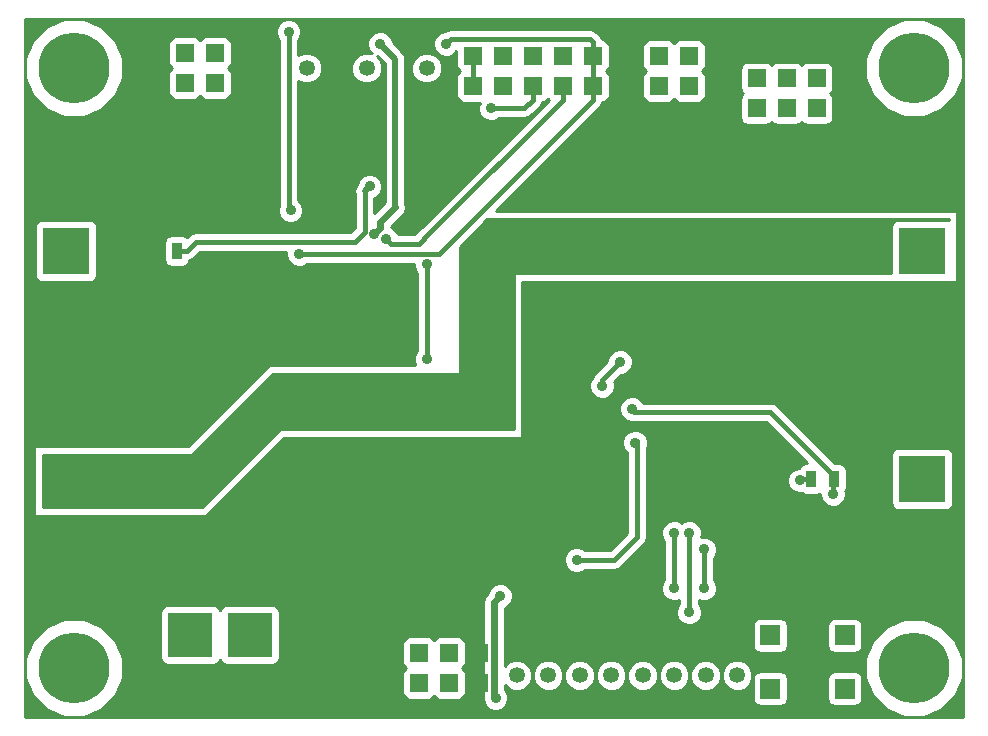
<source format=gbr>
G04 #@! TF.FileFunction,Copper,L1,Top,Signal*
%FSLAX46Y46*%
G04 Gerber Fmt 4.6, Leading zero omitted, Abs format (unit mm)*
G04 Created by KiCad (PCBNEW 0.201505051231+5642~23~ubuntu14.04.1-product) date St 6. květen 2015, 10:37:18 CEST*
%MOMM*%
G01*
G04 APERTURE LIST*
%ADD10C,0.300000*%
%ADD11R,4.000000X4.000000*%
%ADD12C,1.350000*%
%ADD13R,1.524000X1.524000*%
%ADD14R,3.810000X3.810000*%
%ADD15C,6.000000*%
%ADD16R,0.889000X1.397000*%
%ADD17R,1.676400X1.676400*%
%ADD18C,0.600000*%
%ADD19C,0.890000*%
%ADD20C,0.400000*%
%ADD21C,0.250000*%
%ADD22C,0.180000*%
%ADD23C,0.600000*%
%ADD24C,0.500000*%
%ADD25C,0.254000*%
G04 APERTURE END LIST*
D10*
D11*
X4390000Y40384000D03*
X76890000Y40384000D03*
X4390000Y21084000D03*
X76890000Y21084000D03*
D12*
X24765000Y55880000D03*
X29845000Y55880000D03*
X34925000Y55880000D03*
X42545000Y4445000D03*
X45212000Y4445000D03*
X47879000Y4445000D03*
X50546000Y4445000D03*
X53213000Y4445000D03*
X55880000Y4445000D03*
X58547000Y4445000D03*
D13*
X19558000Y57150000D03*
X19558000Y54610000D03*
X17018000Y57150000D03*
X17018000Y54610000D03*
X14478000Y57150000D03*
X14478000Y54610000D03*
X11938000Y57150000D03*
X11938000Y54610000D03*
X49022000Y54356000D03*
X49022000Y56896000D03*
X38862000Y56896000D03*
X38862000Y54356000D03*
X43942000Y54356000D03*
X43942000Y56896000D03*
X46482000Y54356000D03*
X46482000Y56896000D03*
X41402000Y54356000D03*
X41402000Y56896000D03*
X31750000Y3810000D03*
X31750000Y6350000D03*
X34290000Y3810000D03*
X34290000Y6350000D03*
X36830000Y3810000D03*
X36830000Y6350000D03*
X39370000Y3810000D03*
X39370000Y6350000D03*
D14*
X14939000Y7874000D03*
X19939000Y7874000D03*
X14939000Y2921000D03*
X19939000Y2921000D03*
D13*
X62865000Y52451000D03*
X62865000Y54991000D03*
X65405000Y52451000D03*
X65405000Y54991000D03*
X67945000Y52451000D03*
X67945000Y54991000D03*
X59690000Y56896000D03*
X59690000Y54356000D03*
X57150000Y56896000D03*
X57150000Y54356000D03*
X54610000Y56896000D03*
X54610000Y54356000D03*
X52070000Y56896000D03*
X52070000Y54356000D03*
D15*
X76200000Y5080000D03*
X5080000Y55880000D03*
X5080000Y5080000D03*
X76200000Y55880000D03*
D16*
X11874500Y40386000D03*
X13779500Y40386000D03*
X69405500Y21082000D03*
X67500500Y21082000D03*
D17*
X70333000Y7838000D03*
X70333000Y3338000D03*
X64033000Y7838000D03*
X64033000Y3338000D03*
D13*
X70485000Y52451000D03*
X70485000Y54991000D03*
D18*
X27686000Y42545000D03*
X27686000Y44831000D03*
X26416000Y44831000D03*
X26416000Y42545000D03*
X27051000Y43688000D03*
D12*
X61214000Y4445000D03*
D19*
X45593000Y36957000D03*
X44323000Y37084000D03*
X45085000Y35433000D03*
X43434000Y35433000D03*
X28829000Y2921000D03*
X27686000Y2921000D03*
X26543000Y2921000D03*
X25400000Y2921000D03*
X24257000Y2921000D03*
X22987000Y2921000D03*
X75184000Y24638000D03*
X75184000Y26162000D03*
X75311000Y27432000D03*
X28956000Y21590000D03*
X32258000Y21590000D03*
X31242000Y21590000D03*
X29972000Y21590000D03*
X70866000Y19558000D03*
X72009000Y17780000D03*
X73914000Y17780000D03*
X50927000Y21209000D03*
X50165000Y22098000D03*
X68326000Y27432000D03*
X52832000Y30861000D03*
X46609000Y30607000D03*
X48133000Y29845000D03*
X44196000Y25019000D03*
X43180000Y24003000D03*
X65913000Y14859000D03*
X69469000Y14859000D03*
X24910607Y50101500D03*
X12954000Y43942000D03*
X14224000Y43942000D03*
X15494000Y42418000D03*
X16510000Y43180000D03*
X34290000Y48895000D03*
X35433000Y48895000D03*
X34671000Y47752000D03*
X35814000Y47752000D03*
X36703000Y48895000D03*
X37846000Y48895000D03*
X46228000Y48260000D03*
X9906000Y57404000D03*
X9906000Y56261000D03*
X9906000Y55118000D03*
X9906000Y53848000D03*
X9906000Y52578000D03*
X42291000Y44323000D03*
X42926000Y44958000D03*
X43561000Y45593000D03*
X57404000Y50038000D03*
X56769000Y49403000D03*
X56134000Y48768000D03*
X55499000Y48133000D03*
X50800000Y35433000D03*
X51689000Y36322000D03*
X52578000Y37211000D03*
X69850000Y27432000D03*
X70866000Y27432000D03*
X71882000Y27432000D03*
X72898000Y27432000D03*
X74168000Y27432000D03*
X61468000Y18542000D03*
X56515000Y23495000D03*
X58420000Y21590000D03*
X59690000Y20320000D03*
X66548000Y9144000D03*
X68199000Y9144000D03*
X65532000Y9652000D03*
X64389000Y9652000D03*
X69850000Y28956000D03*
X70866000Y28956000D03*
X71882000Y28956000D03*
X72898000Y28956000D03*
X74168000Y28956000D03*
X75438000Y28956000D03*
X76454000Y28448000D03*
X76454000Y27432000D03*
X76454000Y26416000D03*
X76454000Y25400000D03*
X76454000Y24384000D03*
X26416000Y21590000D03*
X27686000Y21590000D03*
X11684000Y44450000D03*
X11684000Y45720000D03*
X10414000Y45720000D03*
X10541000Y40386000D03*
X9144000Y40386000D03*
X17526000Y42418000D03*
X18542000Y42418000D03*
X39370000Y11938000D03*
X39370000Y13716000D03*
X39370000Y15240000D03*
X70358000Y50292000D03*
X71501000Y50292000D03*
X72517000Y50292000D03*
X73787000Y50292000D03*
X15748000Y33147000D03*
X14224000Y33147000D03*
X9652000Y33147000D03*
X12446000Y26035000D03*
X12446000Y24765000D03*
X8890000Y24765000D03*
X10666806Y24765000D03*
X28194000Y16002000D03*
X24892000Y16002000D03*
X31623000Y16002000D03*
X36449000Y16002000D03*
X34030920Y16002000D03*
X42418000Y13208000D03*
X42418000Y16002000D03*
X46736000Y17780000D03*
X44704000Y18288000D03*
X12192000Y4318000D03*
X12192000Y3048000D03*
X12192000Y1524000D03*
X14478000Y42926000D03*
X40386000Y52451000D03*
X34925000Y31242000D03*
X34925000Y39243000D03*
X41148000Y11176000D03*
X40767000Y2540000D03*
X52324000Y27017010D03*
X69342000Y19812000D03*
X23421502Y43815000D03*
X23241000Y58934168D03*
X30494723Y41827200D03*
X30988000Y57912000D03*
X24130000Y40132000D03*
X36576000Y57912000D03*
X31496000Y41402000D03*
X30099000Y45847000D03*
X66548000Y20955000D03*
X57150000Y16510000D03*
X57150000Y9779000D03*
X55880000Y16510000D03*
X55880000Y11811000D03*
X58420000Y15113000D03*
X58420000Y11811000D03*
X52576971Y24168153D03*
X47625000Y14224000D03*
X49784000Y28956000D03*
X51308000Y30988000D03*
D20*
X44323000Y37084000D02*
X45466000Y37084000D01*
X45466000Y37084000D02*
X45593000Y36957000D01*
X43434000Y35433000D02*
X45085000Y35433000D01*
X27686000Y2921000D02*
X28829000Y2921000D01*
X25400000Y2921000D02*
X26543000Y2921000D01*
X22987000Y2921000D02*
X24257000Y2921000D01*
D21*
X75184000Y24638000D02*
X75184000Y24130000D01*
X75311000Y27432000D02*
X75311000Y26289000D01*
X75311000Y26289000D02*
X75184000Y26162000D01*
D22*
X32258000Y21590000D02*
X32258000Y21844000D01*
X32258000Y21844000D02*
X33020000Y21336000D01*
X29972000Y21590000D02*
X31242000Y21590000D01*
X28956000Y21590000D02*
X29083000Y21590000D01*
X12065000Y3175000D02*
X12065000Y1977388D01*
X12065000Y4445000D02*
X12065000Y3556000D01*
X1270000Y35814000D02*
X2540000Y35814000D01*
X1270000Y44450000D02*
X1270000Y35814000D01*
X1738999Y44918999D02*
X1270000Y44450000D01*
X9906000Y52578000D02*
X2119999Y44918999D01*
X2119999Y44918999D02*
X1738999Y44918999D01*
X72009000Y17780000D02*
X72009000Y19050000D01*
X72009000Y19050000D02*
X70866000Y19558000D01*
X80010000Y18034000D02*
X79756000Y17780000D01*
X79756000Y17780000D02*
X73914000Y17780000D01*
X80010000Y19463998D02*
X80010000Y18034000D01*
X79883000Y24003000D02*
X79883000Y19590998D01*
X79883000Y19590998D02*
X80010000Y19463998D01*
X79629000Y24257000D02*
X79883000Y24003000D01*
X79629000Y24257000D02*
X80010000Y23876000D01*
X76200000Y24257000D02*
X79629000Y24257000D01*
X79710001Y24556999D02*
X80010000Y24257000D01*
X76200000Y24257000D02*
X76499999Y24556999D01*
X76499999Y24556999D02*
X79710001Y24556999D01*
X50165000Y22098000D02*
X50165000Y21971000D01*
X50165000Y21971000D02*
X50927000Y21209000D01*
X46609000Y30607000D02*
X47371000Y29845000D01*
X47371000Y29845000D02*
X48133000Y29845000D01*
X44196000Y25019000D02*
X43180000Y24003000D01*
X65913000Y14859000D02*
X69469000Y14859000D01*
X12954000Y43942000D02*
X14224000Y43942000D01*
X15494000Y42418000D02*
X16510000Y43180000D01*
X34290000Y48895000D02*
X35433000Y48895000D01*
X34671000Y47752000D02*
X35814000Y47752000D01*
X36703000Y48895000D02*
X37846000Y48895000D01*
X9906000Y57404000D02*
X9906000Y56261000D01*
X9906000Y55372000D02*
X9906000Y55118000D01*
X9906000Y53848000D02*
X9906000Y52578000D01*
X42291000Y44323000D02*
X42926000Y44958000D01*
X57404000Y50038000D02*
X56769000Y49403000D01*
X56134000Y48768000D02*
X55499000Y48133000D01*
X50800000Y35433000D02*
X51689000Y36322000D01*
X52070000Y37338000D02*
X51816000Y37592000D01*
X52578000Y37211000D02*
X52070000Y37338000D01*
X68326000Y27432000D02*
X69850000Y27432000D01*
X70866000Y27432000D02*
X71882000Y27432000D01*
X72644000Y27432000D02*
X72898000Y27432000D01*
X74168000Y27432000D02*
X75311000Y27432000D01*
X56515000Y23114000D02*
X56515000Y23495000D01*
X61468000Y18542000D02*
X56515000Y23114000D01*
X58420000Y21590000D02*
X59690000Y20320000D01*
X66548000Y9144000D02*
X68199000Y9144000D01*
X65532000Y9652000D02*
X64389000Y9652000D01*
X69850000Y28956000D02*
X70866000Y28956000D01*
X71882000Y28956000D02*
X72898000Y28956000D01*
X74168000Y28956000D02*
X75438000Y28956000D01*
X76454000Y28448000D02*
X76454000Y27432000D01*
X76454000Y26416000D02*
X76454000Y25400000D01*
X76454000Y24384000D02*
X76200000Y24257000D01*
X26416000Y21590000D02*
X27686000Y21590000D01*
X11684000Y44450000D02*
X11684000Y45720000D01*
X11874500Y40386000D02*
X10541000Y40386000D01*
X16510000Y43180000D02*
X17526000Y42418000D01*
X39370000Y11938000D02*
X39370000Y13716000D01*
X70485000Y50419000D02*
X70358000Y50292000D01*
X70485000Y52451000D02*
X70485000Y50419000D01*
X71501000Y50292000D02*
X72517000Y50292000D01*
X73787000Y50292000D02*
X75057000Y50292000D01*
X15748000Y33147000D02*
X14224000Y33147000D01*
X12446000Y26035000D02*
X12446000Y24765000D01*
X8890000Y24765000D02*
X10666806Y24765000D01*
X28194000Y16002000D02*
X24892000Y16002000D01*
X31623000Y16002000D02*
X34030920Y16002000D01*
X42418000Y13208000D02*
X42418000Y16002000D01*
X45212000Y17780000D02*
X44704000Y18288000D01*
X46736000Y17780000D02*
X45212000Y17780000D01*
X12192000Y4318000D02*
X12192000Y3302000D01*
X12192000Y3048000D02*
X12192000Y1524000D01*
D20*
X43942000Y53194000D02*
X43942000Y54356000D01*
X43199000Y52451000D02*
X43942000Y53194000D01*
X40386000Y52451000D02*
X43199000Y52451000D01*
X34925000Y39243000D02*
X34925000Y31242000D01*
D23*
X40612001Y2694999D02*
X40767000Y2540000D01*
X40612001Y10640001D02*
X40612001Y2694999D01*
X41148000Y11176000D02*
X40612001Y10640001D01*
D20*
X69342000Y19812000D02*
X69342000Y21018500D01*
X69342000Y21018500D02*
X69405500Y21082000D01*
X52324000Y26924000D02*
X52523999Y26724001D01*
X52523999Y26724001D02*
X64017499Y26724001D01*
X64017499Y26724001D02*
X69405500Y21336000D01*
X69405500Y21336000D02*
X69405500Y21082000D01*
X69469000Y21018500D02*
X69405500Y21082000D01*
X23241000Y44450000D02*
X23241000Y43995502D01*
X23241000Y43995502D02*
X23421502Y43815000D01*
X23241000Y57658000D02*
X23241000Y56731721D01*
X23241000Y58934168D02*
X23241000Y57658000D01*
X23241000Y44450000D02*
X23241000Y56731721D01*
X38862000Y54356000D02*
X38862000Y56896000D01*
D23*
X30494723Y41827200D02*
X30994524Y42327001D01*
X30994524Y42327001D02*
X30994524Y42805524D01*
X30994524Y42805524D02*
X32258000Y44069000D01*
D24*
X30988000Y57912000D02*
X32258000Y56642000D01*
X32258000Y56642000D02*
X32258000Y44069000D01*
D20*
X24130000Y40132000D02*
X35960000Y40132000D01*
X35960000Y40132000D02*
X49022000Y53194000D01*
X49022000Y53194000D02*
X49022000Y54356000D01*
X49022000Y54356000D02*
X49022000Y57912000D01*
X48723501Y58356499D02*
X49022000Y58058000D01*
X37020499Y58356499D02*
X48723501Y58356499D01*
X49022000Y58058000D02*
X49022000Y56896000D01*
X36576000Y57912000D02*
X37020499Y58356499D01*
X31496000Y41402000D02*
X31940999Y40957001D01*
X31940999Y40957001D02*
X34245001Y40957001D01*
X34245001Y40957001D02*
X35168871Y41880871D01*
X46482000Y53194000D02*
X46482000Y54356000D01*
X35168871Y41880871D02*
X46482000Y53194000D01*
D24*
X29690000Y45438000D02*
X30099000Y45847000D01*
D20*
X28829000Y41148000D02*
X29690000Y42009000D01*
X29690000Y42009000D02*
X29690000Y45438000D01*
X15386000Y41148000D02*
X28829000Y41148000D01*
X13779500Y40386000D02*
X14624000Y40386000D01*
X14624000Y40386000D02*
X15386000Y41148000D01*
X67500500Y21082000D02*
X66675000Y21082000D01*
X66675000Y21082000D02*
X66548000Y20955000D01*
X67373500Y20955000D02*
X67500500Y21082000D01*
X57150000Y16510000D02*
X57150000Y9779000D01*
X55880000Y16510000D02*
X55880000Y11811000D01*
X58420000Y15113000D02*
X58420000Y11811000D01*
X47625000Y14224000D02*
X50800000Y14224000D01*
X52732510Y16156510D02*
X52732510Y24257000D01*
X50800000Y14224000D02*
X52732510Y16156510D01*
X49784000Y28956000D02*
X49784000Y29464000D01*
X49784000Y29464000D02*
X51308000Y30988000D01*
D25*
G36*
X79121000Y42976959D02*
X78890000Y43023284D01*
X74890000Y43023284D01*
X74650927Y42976898D01*
X74440804Y42838870D01*
X74300149Y42630495D01*
X74250716Y42384000D01*
X74250716Y38481000D01*
X42291000Y38481000D01*
X42291000Y25273000D01*
X22553395Y25273000D01*
X15949395Y18669000D01*
X2413000Y18669000D01*
X2413000Y22860000D01*
X2413000Y23114000D01*
X15038605Y23114000D01*
X21896605Y29972000D01*
X37719000Y29972000D01*
X37719000Y40721446D01*
X40050554Y43053000D01*
X79121000Y43053000D01*
X79121000Y42976959D01*
X79121000Y42976959D01*
G37*
X79121000Y42976959D02*
X78890000Y43023284D01*
X74890000Y43023284D01*
X74650927Y42976898D01*
X74440804Y42838870D01*
X74300149Y42630495D01*
X74250716Y42384000D01*
X74250716Y38481000D01*
X42291000Y38481000D01*
X42291000Y25273000D01*
X22553395Y25273000D01*
X15949395Y18669000D01*
X2413000Y18669000D01*
X2413000Y22860000D01*
X2413000Y23114000D01*
X15038605Y23114000D01*
X21896605Y29972000D01*
X37719000Y29972000D01*
X37719000Y40721446D01*
X40050554Y43053000D01*
X79121000Y43053000D01*
X79121000Y42976959D01*
G36*
X80349000Y931000D02*
X80327715Y931000D01*
X80327715Y5897310D01*
X80327715Y56697310D01*
X79700741Y58214704D01*
X78540810Y59376660D01*
X77024513Y60006282D01*
X75382690Y60007715D01*
X73865296Y59380741D01*
X72703340Y58220810D01*
X72073718Y56704513D01*
X72072285Y55062690D01*
X72699259Y53545296D01*
X73859190Y52383340D01*
X75375487Y51753718D01*
X77017310Y51752285D01*
X78534704Y52379259D01*
X79696660Y53539190D01*
X80326282Y55055487D01*
X80327715Y56697310D01*
X80327715Y5897310D01*
X79875000Y6992964D01*
X79875000Y37727000D01*
X79875000Y43807000D01*
X69346284Y43807000D01*
X69346284Y51689000D01*
X69346284Y53213000D01*
X69299898Y53452073D01*
X69161870Y53662196D01*
X69075030Y53720814D01*
X69156196Y53774130D01*
X69296851Y53982505D01*
X69346284Y54229000D01*
X69346284Y55753000D01*
X69299898Y55992073D01*
X69161870Y56202196D01*
X68953495Y56342851D01*
X68707000Y56392284D01*
X67183000Y56392284D01*
X66943927Y56345898D01*
X66733804Y56207870D01*
X66675186Y56121031D01*
X66621870Y56202196D01*
X66413495Y56342851D01*
X66167000Y56392284D01*
X64643000Y56392284D01*
X64403927Y56345898D01*
X64193804Y56207870D01*
X64135186Y56121031D01*
X64081870Y56202196D01*
X63873495Y56342851D01*
X63627000Y56392284D01*
X62103000Y56392284D01*
X61863927Y56345898D01*
X61653804Y56207870D01*
X61513149Y55999495D01*
X61463716Y55753000D01*
X61463716Y54229000D01*
X61510102Y53989927D01*
X61648130Y53779804D01*
X61734969Y53721187D01*
X61653804Y53667870D01*
X61513149Y53459495D01*
X61463716Y53213000D01*
X61463716Y51689000D01*
X61510102Y51449927D01*
X61648130Y51239804D01*
X61856505Y51099149D01*
X62103000Y51049716D01*
X63627000Y51049716D01*
X63866073Y51096102D01*
X64076196Y51234130D01*
X64134813Y51320970D01*
X64188130Y51239804D01*
X64396505Y51099149D01*
X64643000Y51049716D01*
X66167000Y51049716D01*
X66406073Y51096102D01*
X66616196Y51234130D01*
X66674813Y51320970D01*
X66728130Y51239804D01*
X66936505Y51099149D01*
X67183000Y51049716D01*
X68707000Y51049716D01*
X68946073Y51096102D01*
X69156196Y51234130D01*
X69296851Y51442505D01*
X69346284Y51689000D01*
X69346284Y43807000D01*
X58551284Y43807000D01*
X58551284Y53594000D01*
X58551284Y55118000D01*
X58504898Y55357073D01*
X58366870Y55567196D01*
X58280030Y55625814D01*
X58361196Y55679130D01*
X58501851Y55887505D01*
X58551284Y56134000D01*
X58551284Y57658000D01*
X58504898Y57897073D01*
X58366870Y58107196D01*
X58158495Y58247851D01*
X57912000Y58297284D01*
X56388000Y58297284D01*
X56148927Y58250898D01*
X55938804Y58112870D01*
X55880186Y58026031D01*
X55826870Y58107196D01*
X55618495Y58247851D01*
X55372000Y58297284D01*
X53848000Y58297284D01*
X53608927Y58250898D01*
X53398804Y58112870D01*
X53258149Y57904495D01*
X53208716Y57658000D01*
X53208716Y56134000D01*
X53255102Y55894927D01*
X53393130Y55684804D01*
X53479969Y55626187D01*
X53398804Y55572870D01*
X53258149Y55364495D01*
X53208716Y55118000D01*
X53208716Y53594000D01*
X53255102Y53354927D01*
X53393130Y53144804D01*
X53601505Y53004149D01*
X53848000Y52954716D01*
X55372000Y52954716D01*
X55611073Y53001102D01*
X55821196Y53139130D01*
X55879813Y53225970D01*
X55933130Y53144804D01*
X56141505Y53004149D01*
X56388000Y52954716D01*
X57912000Y52954716D01*
X58151073Y53001102D01*
X58361196Y53139130D01*
X58501851Y53347505D01*
X58551284Y53594000D01*
X58551284Y43807000D01*
X40804554Y43807000D01*
X49606777Y52609223D01*
X49606778Y52609223D01*
X49786048Y52877521D01*
X49802101Y52958229D01*
X50023073Y53001102D01*
X50233196Y53139130D01*
X50373851Y53347505D01*
X50423284Y53594000D01*
X50423284Y55118000D01*
X50376898Y55357073D01*
X50238870Y55567196D01*
X50152030Y55625814D01*
X50233196Y55679130D01*
X50373851Y55887505D01*
X50423284Y56134000D01*
X50423284Y57658000D01*
X50376898Y57897073D01*
X50238870Y58107196D01*
X50030495Y58247851D01*
X49802126Y58293649D01*
X49786048Y58374479D01*
X49606777Y58642777D01*
X49606777Y58642778D01*
X49308278Y58941276D01*
X49039980Y59120547D01*
X48723501Y59183499D01*
X37020499Y59183499D01*
X36704020Y59120547D01*
X36499763Y58984068D01*
X36499762Y58984068D01*
X36363701Y58984186D01*
X35969554Y58821328D01*
X35667732Y58520032D01*
X35504186Y58126170D01*
X35503814Y57699701D01*
X35666672Y57305554D01*
X35967968Y57003732D01*
X36361830Y56840186D01*
X36788299Y56839814D01*
X37182446Y57002672D01*
X37460716Y57280458D01*
X37460716Y56134000D01*
X37507102Y55894927D01*
X37645130Y55684804D01*
X37731969Y55626187D01*
X37650804Y55572870D01*
X37510149Y55364495D01*
X37460716Y55118000D01*
X37460716Y53594000D01*
X37507102Y53354927D01*
X37645130Y53144804D01*
X37853505Y53004149D01*
X38100000Y52954716D01*
X39434416Y52954716D01*
X39314186Y52665170D01*
X39313814Y52238701D01*
X39476672Y51844554D01*
X39777968Y51542732D01*
X40171830Y51379186D01*
X40598299Y51378814D01*
X40992446Y51541672D01*
X41074917Y51624000D01*
X43199000Y51624000D01*
X43515479Y51686952D01*
X43783777Y51866223D01*
X44526777Y52609223D01*
X44526778Y52609223D01*
X44706048Y52877521D01*
X44722101Y52958229D01*
X44943073Y53001102D01*
X45153196Y53139130D01*
X45211813Y53225970D01*
X45264384Y53145940D01*
X36227226Y44108781D01*
X36227226Y56137848D01*
X36029426Y56616560D01*
X35663487Y56983139D01*
X35185120Y57181774D01*
X34667152Y57182226D01*
X34188440Y56984426D01*
X33821861Y56618487D01*
X33623226Y56140120D01*
X33622774Y55622152D01*
X33820574Y55143440D01*
X34186513Y54776861D01*
X34664880Y54578226D01*
X35182848Y54577774D01*
X35661560Y54775574D01*
X36028139Y55141513D01*
X36226774Y55619880D01*
X36227226Y56137848D01*
X36227226Y44108781D01*
X34584096Y42465651D01*
X34584093Y42465648D01*
X33902446Y41784001D01*
X32498066Y41784001D01*
X32405328Y42008446D01*
X32104032Y42310268D01*
X31921524Y42386052D01*
X31921524Y42421548D01*
X32913488Y43413512D01*
X33114436Y43714253D01*
X33185000Y44069000D01*
X33135000Y44320365D01*
X33135000Y56642000D01*
X33068242Y56977613D01*
X33068242Y56977614D01*
X32992094Y57091576D01*
X32878133Y57262133D01*
X32878129Y57262136D01*
X32060147Y58080119D01*
X32060186Y58124299D01*
X31897328Y58518446D01*
X31596032Y58820268D01*
X31202170Y58983814D01*
X30775701Y58984186D01*
X30381554Y58821328D01*
X30079732Y58520032D01*
X29916186Y58126170D01*
X29915814Y57699701D01*
X30078672Y57305554D01*
X30270992Y57112898D01*
X30105120Y57181774D01*
X29587152Y57182226D01*
X29108440Y56984426D01*
X28741861Y56618487D01*
X28543226Y56140120D01*
X28542774Y55622152D01*
X28740574Y55143440D01*
X29106513Y54776861D01*
X29584880Y54578226D01*
X30102848Y54577774D01*
X30581560Y54775574D01*
X30948139Y55141513D01*
X31146774Y55619880D01*
X31147226Y56137848D01*
X30949426Y56616560D01*
X30692462Y56873973D01*
X30773830Y56840186D01*
X30819588Y56840147D01*
X31381000Y56278734D01*
X31381000Y44502976D01*
X30517000Y43638976D01*
X30517000Y44859808D01*
X30705446Y44937672D01*
X31007268Y45238968D01*
X31170814Y45632830D01*
X31171186Y46059299D01*
X31008328Y46453446D01*
X30707032Y46755268D01*
X30313170Y46918814D01*
X29886701Y46919186D01*
X29492554Y46756328D01*
X29190732Y46455032D01*
X29027186Y46061170D01*
X29027127Y45994169D01*
X28879758Y45773613D01*
X28813000Y45438000D01*
X28863000Y45186634D01*
X28863000Y42351554D01*
X28486446Y41975000D01*
X26067226Y41975000D01*
X26067226Y56137848D01*
X25869426Y56616560D01*
X25503487Y56983139D01*
X25025120Y57181774D01*
X24507152Y57182226D01*
X24068000Y57000772D01*
X24068000Y57658000D01*
X24068000Y58245010D01*
X24149268Y58326136D01*
X24312814Y58719998D01*
X24313186Y59146467D01*
X24150328Y59540614D01*
X23849032Y59842436D01*
X23455170Y60005982D01*
X23028701Y60006354D01*
X22634554Y59843496D01*
X22332732Y59542200D01*
X22169186Y59148338D01*
X22168814Y58721869D01*
X22331672Y58327722D01*
X22414000Y58245250D01*
X22414000Y57658000D01*
X22414000Y56731721D01*
X22414000Y44450000D01*
X22414000Y44184051D01*
X22349688Y44029170D01*
X22349316Y43602701D01*
X22512174Y43208554D01*
X22813470Y42906732D01*
X23207332Y42743186D01*
X23633801Y42742814D01*
X24027948Y42905672D01*
X24329770Y43206968D01*
X24493316Y43600830D01*
X24493688Y44027299D01*
X24330830Y44421446D01*
X24068000Y44684734D01*
X24068000Y54759634D01*
X24504880Y54578226D01*
X25022848Y54577774D01*
X25501560Y54775574D01*
X25868139Y55141513D01*
X26066774Y55619880D01*
X26067226Y56137848D01*
X26067226Y41975000D01*
X18419284Y41975000D01*
X18419284Y53848000D01*
X18419284Y55372000D01*
X18372898Y55611073D01*
X18234870Y55821196D01*
X18148030Y55879814D01*
X18229196Y55933130D01*
X18369851Y56141505D01*
X18419284Y56388000D01*
X18419284Y57912000D01*
X18372898Y58151073D01*
X18234870Y58361196D01*
X18026495Y58501851D01*
X17780000Y58551284D01*
X16256000Y58551284D01*
X16016927Y58504898D01*
X15806804Y58366870D01*
X15748186Y58280031D01*
X15694870Y58361196D01*
X15486495Y58501851D01*
X15240000Y58551284D01*
X13716000Y58551284D01*
X13476927Y58504898D01*
X13266804Y58366870D01*
X13126149Y58158495D01*
X13076716Y57912000D01*
X13076716Y56388000D01*
X13123102Y56148927D01*
X13261130Y55938804D01*
X13347969Y55880187D01*
X13266804Y55826870D01*
X13126149Y55618495D01*
X13076716Y55372000D01*
X13076716Y53848000D01*
X13123102Y53608927D01*
X13261130Y53398804D01*
X13469505Y53258149D01*
X13716000Y53208716D01*
X15240000Y53208716D01*
X15479073Y53255102D01*
X15689196Y53393130D01*
X15747813Y53479970D01*
X15801130Y53398804D01*
X16009505Y53258149D01*
X16256000Y53208716D01*
X17780000Y53208716D01*
X18019073Y53255102D01*
X18229196Y53393130D01*
X18369851Y53601505D01*
X18419284Y53848000D01*
X18419284Y41975000D01*
X15386000Y41975000D01*
X15069521Y41912048D01*
X14801223Y41732777D01*
X14633062Y41564617D01*
X14470495Y41674351D01*
X14224000Y41723784D01*
X13335000Y41723784D01*
X13095927Y41677398D01*
X12885804Y41539370D01*
X12745149Y41330995D01*
X12695716Y41084500D01*
X12695716Y39687500D01*
X12742102Y39448427D01*
X12880130Y39238304D01*
X13088505Y39097649D01*
X13335000Y39048216D01*
X14224000Y39048216D01*
X14463073Y39094602D01*
X14673196Y39232630D01*
X14813851Y39441005D01*
X14846385Y39603236D01*
X14940479Y39621952D01*
X15208777Y39801223D01*
X15728554Y40321000D01*
X23058164Y40321000D01*
X23057814Y39919701D01*
X23220672Y39525554D01*
X23521968Y39223732D01*
X23915830Y39060186D01*
X24342299Y39059814D01*
X24736446Y39222672D01*
X24818917Y39305000D01*
X33853053Y39305000D01*
X33852814Y39030701D01*
X34015672Y38636554D01*
X34098000Y38554082D01*
X34098000Y31931159D01*
X34016732Y31850032D01*
X33853186Y31456170D01*
X33852814Y31029701D01*
X33978300Y30726000D01*
X21584288Y30726000D01*
X14726288Y23868000D01*
X9207715Y23868000D01*
X9207715Y56697310D01*
X8580741Y58214704D01*
X7420810Y59376660D01*
X5904513Y60006282D01*
X4262690Y60007715D01*
X2745296Y59380741D01*
X1583340Y58220810D01*
X953718Y56704513D01*
X952285Y55062690D01*
X1579259Y53545296D01*
X2739190Y52383340D01*
X4255487Y51753718D01*
X5897310Y51752285D01*
X7414704Y52379259D01*
X8576660Y53539190D01*
X9206282Y55055487D01*
X9207715Y56697310D01*
X9207715Y23868000D01*
X7029284Y23868000D01*
X7029284Y38384000D01*
X7029284Y42384000D01*
X6982898Y42623073D01*
X6844870Y42833196D01*
X6636495Y42973851D01*
X6390000Y43023284D01*
X2390000Y43023284D01*
X2150927Y42976898D01*
X1940804Y42838870D01*
X1800149Y42630495D01*
X1750716Y42384000D01*
X1750716Y38384000D01*
X1797102Y38144927D01*
X1935130Y37934804D01*
X2143505Y37794149D01*
X2390000Y37744716D01*
X6390000Y37744716D01*
X6629073Y37791102D01*
X6839196Y37929130D01*
X6979851Y38137505D01*
X7029284Y38384000D01*
X7029284Y23868000D01*
X1659000Y23868000D01*
X1659000Y22860000D01*
X1659000Y17915000D01*
X16261712Y17915000D01*
X22865712Y24519000D01*
X43045000Y24519000D01*
X43045000Y37727000D01*
X79875000Y37727000D01*
X79875000Y6992964D01*
X79700741Y7414704D01*
X79529284Y7586460D01*
X79529284Y19084000D01*
X79529284Y23084000D01*
X79482898Y23323073D01*
X79344870Y23533196D01*
X79136495Y23673851D01*
X78890000Y23723284D01*
X74890000Y23723284D01*
X74650927Y23676898D01*
X74440804Y23538870D01*
X74300149Y23330495D01*
X74250716Y23084000D01*
X74250716Y19084000D01*
X74297102Y18844927D01*
X74435130Y18634804D01*
X74643505Y18494149D01*
X74890000Y18444716D01*
X78890000Y18444716D01*
X79129073Y18491102D01*
X79339196Y18629130D01*
X79479851Y18837505D01*
X79529284Y19084000D01*
X79529284Y7586460D01*
X78540810Y8576660D01*
X77024513Y9206282D01*
X75382690Y9207715D01*
X73865296Y8580741D01*
X72703340Y7420810D01*
X72073718Y5904513D01*
X72072285Y4262690D01*
X72699259Y2745296D01*
X73859190Y1583340D01*
X75375487Y953718D01*
X77017310Y952285D01*
X78534704Y1579259D01*
X79696660Y2739190D01*
X80326282Y4255487D01*
X80327715Y5897310D01*
X80327715Y931000D01*
X71810484Y931000D01*
X71810484Y2499800D01*
X71810484Y4176200D01*
X71810484Y6999800D01*
X71810484Y8676200D01*
X71764098Y8915273D01*
X71626070Y9125396D01*
X71417695Y9266051D01*
X71171200Y9315484D01*
X70489284Y9315484D01*
X70489284Y20383500D01*
X70489284Y21780500D01*
X70442898Y22019573D01*
X70304870Y22229696D01*
X70096495Y22370351D01*
X69850000Y22419784D01*
X69491270Y22419784D01*
X64602276Y27308778D01*
X64333978Y27488049D01*
X64017499Y27551001D01*
X53263265Y27551001D01*
X53233328Y27623456D01*
X52932032Y27925278D01*
X52538170Y28088824D01*
X52380186Y28088961D01*
X52380186Y31200299D01*
X52217328Y31594446D01*
X51916032Y31896268D01*
X51522170Y32059814D01*
X51095701Y32060186D01*
X50701554Y31897328D01*
X50399732Y31596032D01*
X50236186Y31202170D01*
X50236084Y31085640D01*
X49199223Y30048777D01*
X49019952Y29780479D01*
X49001963Y29690044D01*
X48875732Y29564032D01*
X48712186Y29170170D01*
X48711814Y28743701D01*
X48874672Y28349554D01*
X49175968Y28047732D01*
X49569830Y27884186D01*
X49996299Y27883814D01*
X50390446Y28046672D01*
X50692268Y28347968D01*
X50855814Y28741830D01*
X50856186Y29168299D01*
X50798197Y29308643D01*
X51405468Y29915915D01*
X51520299Y29915814D01*
X51914446Y30078672D01*
X52216268Y30379968D01*
X52379814Y30773830D01*
X52380186Y31200299D01*
X52380186Y28088961D01*
X52111701Y28089196D01*
X51717554Y27926338D01*
X51415732Y27625042D01*
X51252186Y27231180D01*
X51251814Y26804711D01*
X51414672Y26410564D01*
X51715968Y26108742D01*
X52109830Y25945196D01*
X52282465Y25945046D01*
X52282466Y25945046D01*
X52523999Y25897001D01*
X63674945Y25897001D01*
X67152162Y22419784D01*
X67056000Y22419784D01*
X66816927Y22373398D01*
X66606804Y22235370D01*
X66466201Y22027073D01*
X66335701Y22027186D01*
X65941554Y21864328D01*
X65639732Y21563032D01*
X65476186Y21169170D01*
X65475814Y20742701D01*
X65638672Y20348554D01*
X65939968Y20046732D01*
X66333830Y19883186D01*
X66677303Y19882887D01*
X66809505Y19793649D01*
X67056000Y19744216D01*
X67945000Y19744216D01*
X68184073Y19790602D01*
X68270029Y19847067D01*
X68269814Y19599701D01*
X68432672Y19205554D01*
X68733968Y18903732D01*
X69127830Y18740186D01*
X69554299Y18739814D01*
X69948446Y18902672D01*
X70250268Y19203968D01*
X70413814Y19597830D01*
X70414186Y20024299D01*
X70395044Y20070626D01*
X70439851Y20137005D01*
X70489284Y20383500D01*
X70489284Y9315484D01*
X69494800Y9315484D01*
X69255727Y9269098D01*
X69045604Y9131070D01*
X68904949Y8922695D01*
X68855516Y8676200D01*
X68855516Y6999800D01*
X68901902Y6760727D01*
X69039930Y6550604D01*
X69248305Y6409949D01*
X69494800Y6360516D01*
X71171200Y6360516D01*
X71410273Y6406902D01*
X71620396Y6544930D01*
X71761051Y6753305D01*
X71810484Y6999800D01*
X71810484Y4176200D01*
X71764098Y4415273D01*
X71626070Y4625396D01*
X71417695Y4766051D01*
X71171200Y4815484D01*
X69494800Y4815484D01*
X69255727Y4769098D01*
X69045604Y4631070D01*
X68904949Y4422695D01*
X68855516Y4176200D01*
X68855516Y2499800D01*
X68901902Y2260727D01*
X69039930Y2050604D01*
X69248305Y1909949D01*
X69494800Y1860516D01*
X71171200Y1860516D01*
X71410273Y1906902D01*
X71620396Y2044930D01*
X71761051Y2253305D01*
X71810484Y2499800D01*
X71810484Y931000D01*
X65510484Y931000D01*
X65510484Y2499800D01*
X65510484Y4176200D01*
X65510484Y6999800D01*
X65510484Y8676200D01*
X65464098Y8915273D01*
X65326070Y9125396D01*
X65117695Y9266051D01*
X64871200Y9315484D01*
X63194800Y9315484D01*
X62955727Y9269098D01*
X62745604Y9131070D01*
X62604949Y8922695D01*
X62555516Y8676200D01*
X62555516Y6999800D01*
X62601902Y6760727D01*
X62739930Y6550604D01*
X62948305Y6409949D01*
X63194800Y6360516D01*
X64871200Y6360516D01*
X65110273Y6406902D01*
X65320396Y6544930D01*
X65461051Y6753305D01*
X65510484Y6999800D01*
X65510484Y4176200D01*
X65464098Y4415273D01*
X65326070Y4625396D01*
X65117695Y4766051D01*
X64871200Y4815484D01*
X63194800Y4815484D01*
X62955727Y4769098D01*
X62745604Y4631070D01*
X62604949Y4422695D01*
X62555516Y4176200D01*
X62555516Y2499800D01*
X62601902Y2260727D01*
X62739930Y2050604D01*
X62948305Y1909949D01*
X63194800Y1860516D01*
X64871200Y1860516D01*
X65110273Y1906902D01*
X65320396Y2044930D01*
X65461051Y2253305D01*
X65510484Y2499800D01*
X65510484Y931000D01*
X62516226Y931000D01*
X62516226Y4702848D01*
X62318426Y5181560D01*
X61952487Y5548139D01*
X61474120Y5746774D01*
X60956152Y5747226D01*
X60477440Y5549426D01*
X60110861Y5183487D01*
X59912226Y4705120D01*
X59911774Y4187152D01*
X60109574Y3708440D01*
X60475513Y3341861D01*
X60953880Y3143226D01*
X61471848Y3142774D01*
X61950560Y3340574D01*
X62317139Y3706513D01*
X62515774Y4184880D01*
X62516226Y4702848D01*
X62516226Y931000D01*
X59849226Y931000D01*
X59849226Y4702848D01*
X59651426Y5181560D01*
X59492186Y5341078D01*
X59492186Y12023299D01*
X59329328Y12417446D01*
X59247000Y12499917D01*
X59247000Y14423842D01*
X59328268Y14504968D01*
X59491814Y14898830D01*
X59492186Y15325299D01*
X59329328Y15719446D01*
X59028032Y16021268D01*
X58634170Y16184814D01*
X58207701Y16185186D01*
X58169278Y16169311D01*
X58221814Y16295830D01*
X58222186Y16722299D01*
X58059328Y17116446D01*
X57758032Y17418268D01*
X57364170Y17581814D01*
X56937701Y17582186D01*
X56543554Y17419328D01*
X56515214Y17391038D01*
X56488032Y17418268D01*
X56094170Y17581814D01*
X55667701Y17582186D01*
X55273554Y17419328D01*
X54971732Y17118032D01*
X54808186Y16724170D01*
X54807814Y16297701D01*
X54970672Y15903554D01*
X55053000Y15821082D01*
X55053000Y12500159D01*
X54971732Y12419032D01*
X54808186Y12025170D01*
X54807814Y11598701D01*
X54970672Y11204554D01*
X55271968Y10902732D01*
X55665830Y10739186D01*
X56092299Y10738814D01*
X56323000Y10834138D01*
X56323000Y10468159D01*
X56241732Y10387032D01*
X56078186Y9993170D01*
X56077814Y9566701D01*
X56240672Y9172554D01*
X56541968Y8870732D01*
X56935830Y8707186D01*
X57362299Y8706814D01*
X57756446Y8869672D01*
X58058268Y9170968D01*
X58221814Y9564830D01*
X58222186Y9991299D01*
X58059328Y10385446D01*
X57977000Y10467917D01*
X57977000Y10834205D01*
X58205830Y10739186D01*
X58632299Y10738814D01*
X59026446Y10901672D01*
X59328268Y11202968D01*
X59491814Y11596830D01*
X59492186Y12023299D01*
X59492186Y5341078D01*
X59285487Y5548139D01*
X58807120Y5746774D01*
X58289152Y5747226D01*
X57810440Y5549426D01*
X57443861Y5183487D01*
X57245226Y4705120D01*
X57244774Y4187152D01*
X57442574Y3708440D01*
X57808513Y3341861D01*
X58286880Y3143226D01*
X58804848Y3142774D01*
X59283560Y3340574D01*
X59650139Y3706513D01*
X59848774Y4184880D01*
X59849226Y4702848D01*
X59849226Y931000D01*
X57182226Y931000D01*
X57182226Y4702848D01*
X56984426Y5181560D01*
X56618487Y5548139D01*
X56140120Y5746774D01*
X55622152Y5747226D01*
X55143440Y5549426D01*
X54776861Y5183487D01*
X54578226Y4705120D01*
X54577774Y4187152D01*
X54775574Y3708440D01*
X55141513Y3341861D01*
X55619880Y3143226D01*
X56137848Y3142774D01*
X56616560Y3340574D01*
X56983139Y3706513D01*
X57181774Y4184880D01*
X57182226Y4702848D01*
X57182226Y931000D01*
X54515226Y931000D01*
X54515226Y4702848D01*
X54317426Y5181560D01*
X53951487Y5548139D01*
X53649157Y5673677D01*
X53649157Y24380452D01*
X53486299Y24774599D01*
X53185003Y25076421D01*
X52791141Y25239967D01*
X52364672Y25240339D01*
X51970525Y25077481D01*
X51668703Y24776185D01*
X51505157Y24382323D01*
X51504785Y23955854D01*
X51667643Y23561707D01*
X51905510Y23323424D01*
X51905510Y16499064D01*
X50457446Y15051000D01*
X48314158Y15051000D01*
X48233032Y15132268D01*
X47839170Y15295814D01*
X47412701Y15296186D01*
X47018554Y15133328D01*
X46716732Y14832032D01*
X46553186Y14438170D01*
X46552814Y14011701D01*
X46715672Y13617554D01*
X47016968Y13315732D01*
X47410830Y13152186D01*
X47837299Y13151814D01*
X48231446Y13314672D01*
X48313917Y13397000D01*
X50800000Y13397000D01*
X51116479Y13459952D01*
X51384777Y13639223D01*
X53317287Y15571733D01*
X53496558Y15840031D01*
X53559510Y16156510D01*
X53559510Y23738986D01*
X53648785Y23953983D01*
X53649157Y24380452D01*
X53649157Y5673677D01*
X53473120Y5746774D01*
X52955152Y5747226D01*
X52476440Y5549426D01*
X52109861Y5183487D01*
X51911226Y4705120D01*
X51910774Y4187152D01*
X52108574Y3708440D01*
X52474513Y3341861D01*
X52952880Y3143226D01*
X53470848Y3142774D01*
X53949560Y3340574D01*
X54316139Y3706513D01*
X54514774Y4184880D01*
X54515226Y4702848D01*
X54515226Y931000D01*
X51848226Y931000D01*
X51848226Y4702848D01*
X51650426Y5181560D01*
X51284487Y5548139D01*
X50806120Y5746774D01*
X50288152Y5747226D01*
X49809440Y5549426D01*
X49442861Y5183487D01*
X49244226Y4705120D01*
X49243774Y4187152D01*
X49441574Y3708440D01*
X49807513Y3341861D01*
X50285880Y3143226D01*
X50803848Y3142774D01*
X51282560Y3340574D01*
X51649139Y3706513D01*
X51847774Y4184880D01*
X51848226Y4702848D01*
X51848226Y931000D01*
X49181226Y931000D01*
X49181226Y4702848D01*
X48983426Y5181560D01*
X48617487Y5548139D01*
X48139120Y5746774D01*
X47621152Y5747226D01*
X47142440Y5549426D01*
X46775861Y5183487D01*
X46577226Y4705120D01*
X46576774Y4187152D01*
X46774574Y3708440D01*
X47140513Y3341861D01*
X47618880Y3143226D01*
X48136848Y3142774D01*
X48615560Y3340574D01*
X48982139Y3706513D01*
X49180774Y4184880D01*
X49181226Y4702848D01*
X49181226Y931000D01*
X46514226Y931000D01*
X46514226Y4702848D01*
X46316426Y5181560D01*
X45950487Y5548139D01*
X45472120Y5746774D01*
X44954152Y5747226D01*
X44475440Y5549426D01*
X44108861Y5183487D01*
X43910226Y4705120D01*
X43909774Y4187152D01*
X44107574Y3708440D01*
X44473513Y3341861D01*
X44951880Y3143226D01*
X45469848Y3142774D01*
X45948560Y3340574D01*
X46315139Y3706513D01*
X46513774Y4184880D01*
X46514226Y4702848D01*
X46514226Y931000D01*
X43847226Y931000D01*
X43847226Y4702848D01*
X43649426Y5181560D01*
X43283487Y5548139D01*
X42805120Y5746774D01*
X42287152Y5747226D01*
X41808440Y5549426D01*
X41539001Y5280458D01*
X41539001Y10177653D01*
X41754446Y10266672D01*
X42056268Y10567968D01*
X42219814Y10961830D01*
X42220186Y11388299D01*
X42057328Y11782446D01*
X41756032Y12084268D01*
X41362170Y12247814D01*
X40935701Y12248186D01*
X40541554Y12085328D01*
X40239732Y11784032D01*
X40093932Y11432909D01*
X39956513Y11295489D01*
X39755565Y10994749D01*
X39685001Y10640001D01*
X39685001Y2694999D01*
X39695090Y2644278D01*
X39694814Y2327701D01*
X39857672Y1933554D01*
X40158968Y1631732D01*
X40552830Y1468186D01*
X40979299Y1467814D01*
X41373446Y1630672D01*
X41675268Y1931968D01*
X41838814Y2325830D01*
X41839186Y2752299D01*
X41676328Y3146446D01*
X41539001Y3284012D01*
X41539001Y3609840D01*
X41806513Y3341861D01*
X42284880Y3143226D01*
X42802848Y3142774D01*
X43281560Y3340574D01*
X43648139Y3706513D01*
X43846774Y4184880D01*
X43847226Y4702848D01*
X43847226Y931000D01*
X38231284Y931000D01*
X38231284Y3048000D01*
X38231284Y4572000D01*
X38184898Y4811073D01*
X38046870Y5021196D01*
X37960030Y5079814D01*
X38041196Y5133130D01*
X38181851Y5341505D01*
X38231284Y5588000D01*
X38231284Y7112000D01*
X38184898Y7351073D01*
X38046870Y7561196D01*
X37838495Y7701851D01*
X37592000Y7751284D01*
X36068000Y7751284D01*
X35828927Y7704898D01*
X35618804Y7566870D01*
X35560186Y7480031D01*
X35506870Y7561196D01*
X35298495Y7701851D01*
X35052000Y7751284D01*
X33528000Y7751284D01*
X33288927Y7704898D01*
X33078804Y7566870D01*
X32938149Y7358495D01*
X32888716Y7112000D01*
X32888716Y5588000D01*
X32935102Y5348927D01*
X33073130Y5138804D01*
X33159969Y5080187D01*
X33078804Y5026870D01*
X32938149Y4818495D01*
X32888716Y4572000D01*
X32888716Y3048000D01*
X32935102Y2808927D01*
X33073130Y2598804D01*
X33281505Y2458149D01*
X33528000Y2408716D01*
X35052000Y2408716D01*
X35291073Y2455102D01*
X35501196Y2593130D01*
X35559813Y2679970D01*
X35613130Y2598804D01*
X35821505Y2458149D01*
X36068000Y2408716D01*
X37592000Y2408716D01*
X37831073Y2455102D01*
X38041196Y2593130D01*
X38181851Y2801505D01*
X38231284Y3048000D01*
X38231284Y931000D01*
X22483284Y931000D01*
X22483284Y5969000D01*
X22483284Y9779000D01*
X22436898Y10018073D01*
X22298870Y10228196D01*
X22090495Y10368851D01*
X21844000Y10418284D01*
X18034000Y10418284D01*
X17794927Y10371898D01*
X17584804Y10233870D01*
X17444149Y10025495D01*
X17439731Y10003469D01*
X17436898Y10018073D01*
X17298870Y10228196D01*
X17090495Y10368851D01*
X16844000Y10418284D01*
X13034000Y10418284D01*
X12794927Y10371898D01*
X12584804Y10233870D01*
X12444149Y10025495D01*
X12394716Y9779000D01*
X12394716Y5969000D01*
X12441102Y5729927D01*
X12579130Y5519804D01*
X12787505Y5379149D01*
X13034000Y5329716D01*
X16844000Y5329716D01*
X17083073Y5376102D01*
X17293196Y5514130D01*
X17433851Y5722505D01*
X17438268Y5744532D01*
X17441102Y5729927D01*
X17579130Y5519804D01*
X17787505Y5379149D01*
X18034000Y5329716D01*
X21844000Y5329716D01*
X22083073Y5376102D01*
X22293196Y5514130D01*
X22433851Y5722505D01*
X22483284Y5969000D01*
X22483284Y931000D01*
X9207715Y931000D01*
X9207715Y5897310D01*
X8580741Y7414704D01*
X7420810Y8576660D01*
X5904513Y9206282D01*
X4262690Y9207715D01*
X2745296Y8580741D01*
X1583340Y7420810D01*
X953718Y5904513D01*
X952285Y4262690D01*
X1579259Y2745296D01*
X2739190Y1583340D01*
X4255487Y953718D01*
X5897310Y952285D01*
X7414704Y1579259D01*
X8576660Y2739190D01*
X9206282Y4255487D01*
X9207715Y5897310D01*
X9207715Y931000D01*
X931000Y931000D01*
X931000Y60029000D01*
X80349000Y60029000D01*
X80349000Y931000D01*
X80349000Y931000D01*
G37*
X80349000Y931000D02*
X80327715Y931000D01*
X80327715Y5897310D01*
X80327715Y56697310D01*
X79700741Y58214704D01*
X78540810Y59376660D01*
X77024513Y60006282D01*
X75382690Y60007715D01*
X73865296Y59380741D01*
X72703340Y58220810D01*
X72073718Y56704513D01*
X72072285Y55062690D01*
X72699259Y53545296D01*
X73859190Y52383340D01*
X75375487Y51753718D01*
X77017310Y51752285D01*
X78534704Y52379259D01*
X79696660Y53539190D01*
X80326282Y55055487D01*
X80327715Y56697310D01*
X80327715Y5897310D01*
X79875000Y6992964D01*
X79875000Y37727000D01*
X79875000Y43807000D01*
X69346284Y43807000D01*
X69346284Y51689000D01*
X69346284Y53213000D01*
X69299898Y53452073D01*
X69161870Y53662196D01*
X69075030Y53720814D01*
X69156196Y53774130D01*
X69296851Y53982505D01*
X69346284Y54229000D01*
X69346284Y55753000D01*
X69299898Y55992073D01*
X69161870Y56202196D01*
X68953495Y56342851D01*
X68707000Y56392284D01*
X67183000Y56392284D01*
X66943927Y56345898D01*
X66733804Y56207870D01*
X66675186Y56121031D01*
X66621870Y56202196D01*
X66413495Y56342851D01*
X66167000Y56392284D01*
X64643000Y56392284D01*
X64403927Y56345898D01*
X64193804Y56207870D01*
X64135186Y56121031D01*
X64081870Y56202196D01*
X63873495Y56342851D01*
X63627000Y56392284D01*
X62103000Y56392284D01*
X61863927Y56345898D01*
X61653804Y56207870D01*
X61513149Y55999495D01*
X61463716Y55753000D01*
X61463716Y54229000D01*
X61510102Y53989927D01*
X61648130Y53779804D01*
X61734969Y53721187D01*
X61653804Y53667870D01*
X61513149Y53459495D01*
X61463716Y53213000D01*
X61463716Y51689000D01*
X61510102Y51449927D01*
X61648130Y51239804D01*
X61856505Y51099149D01*
X62103000Y51049716D01*
X63627000Y51049716D01*
X63866073Y51096102D01*
X64076196Y51234130D01*
X64134813Y51320970D01*
X64188130Y51239804D01*
X64396505Y51099149D01*
X64643000Y51049716D01*
X66167000Y51049716D01*
X66406073Y51096102D01*
X66616196Y51234130D01*
X66674813Y51320970D01*
X66728130Y51239804D01*
X66936505Y51099149D01*
X67183000Y51049716D01*
X68707000Y51049716D01*
X68946073Y51096102D01*
X69156196Y51234130D01*
X69296851Y51442505D01*
X69346284Y51689000D01*
X69346284Y43807000D01*
X58551284Y43807000D01*
X58551284Y53594000D01*
X58551284Y55118000D01*
X58504898Y55357073D01*
X58366870Y55567196D01*
X58280030Y55625814D01*
X58361196Y55679130D01*
X58501851Y55887505D01*
X58551284Y56134000D01*
X58551284Y57658000D01*
X58504898Y57897073D01*
X58366870Y58107196D01*
X58158495Y58247851D01*
X57912000Y58297284D01*
X56388000Y58297284D01*
X56148927Y58250898D01*
X55938804Y58112870D01*
X55880186Y58026031D01*
X55826870Y58107196D01*
X55618495Y58247851D01*
X55372000Y58297284D01*
X53848000Y58297284D01*
X53608927Y58250898D01*
X53398804Y58112870D01*
X53258149Y57904495D01*
X53208716Y57658000D01*
X53208716Y56134000D01*
X53255102Y55894927D01*
X53393130Y55684804D01*
X53479969Y55626187D01*
X53398804Y55572870D01*
X53258149Y55364495D01*
X53208716Y55118000D01*
X53208716Y53594000D01*
X53255102Y53354927D01*
X53393130Y53144804D01*
X53601505Y53004149D01*
X53848000Y52954716D01*
X55372000Y52954716D01*
X55611073Y53001102D01*
X55821196Y53139130D01*
X55879813Y53225970D01*
X55933130Y53144804D01*
X56141505Y53004149D01*
X56388000Y52954716D01*
X57912000Y52954716D01*
X58151073Y53001102D01*
X58361196Y53139130D01*
X58501851Y53347505D01*
X58551284Y53594000D01*
X58551284Y43807000D01*
X40804554Y43807000D01*
X49606777Y52609223D01*
X49606778Y52609223D01*
X49786048Y52877521D01*
X49802101Y52958229D01*
X50023073Y53001102D01*
X50233196Y53139130D01*
X50373851Y53347505D01*
X50423284Y53594000D01*
X50423284Y55118000D01*
X50376898Y55357073D01*
X50238870Y55567196D01*
X50152030Y55625814D01*
X50233196Y55679130D01*
X50373851Y55887505D01*
X50423284Y56134000D01*
X50423284Y57658000D01*
X50376898Y57897073D01*
X50238870Y58107196D01*
X50030495Y58247851D01*
X49802126Y58293649D01*
X49786048Y58374479D01*
X49606777Y58642777D01*
X49606777Y58642778D01*
X49308278Y58941276D01*
X49039980Y59120547D01*
X48723501Y59183499D01*
X37020499Y59183499D01*
X36704020Y59120547D01*
X36499763Y58984068D01*
X36499762Y58984068D01*
X36363701Y58984186D01*
X35969554Y58821328D01*
X35667732Y58520032D01*
X35504186Y58126170D01*
X35503814Y57699701D01*
X35666672Y57305554D01*
X35967968Y57003732D01*
X36361830Y56840186D01*
X36788299Y56839814D01*
X37182446Y57002672D01*
X37460716Y57280458D01*
X37460716Y56134000D01*
X37507102Y55894927D01*
X37645130Y55684804D01*
X37731969Y55626187D01*
X37650804Y55572870D01*
X37510149Y55364495D01*
X37460716Y55118000D01*
X37460716Y53594000D01*
X37507102Y53354927D01*
X37645130Y53144804D01*
X37853505Y53004149D01*
X38100000Y52954716D01*
X39434416Y52954716D01*
X39314186Y52665170D01*
X39313814Y52238701D01*
X39476672Y51844554D01*
X39777968Y51542732D01*
X40171830Y51379186D01*
X40598299Y51378814D01*
X40992446Y51541672D01*
X41074917Y51624000D01*
X43199000Y51624000D01*
X43515479Y51686952D01*
X43783777Y51866223D01*
X44526777Y52609223D01*
X44526778Y52609223D01*
X44706048Y52877521D01*
X44722101Y52958229D01*
X44943073Y53001102D01*
X45153196Y53139130D01*
X45211813Y53225970D01*
X45264384Y53145940D01*
X36227226Y44108781D01*
X36227226Y56137848D01*
X36029426Y56616560D01*
X35663487Y56983139D01*
X35185120Y57181774D01*
X34667152Y57182226D01*
X34188440Y56984426D01*
X33821861Y56618487D01*
X33623226Y56140120D01*
X33622774Y55622152D01*
X33820574Y55143440D01*
X34186513Y54776861D01*
X34664880Y54578226D01*
X35182848Y54577774D01*
X35661560Y54775574D01*
X36028139Y55141513D01*
X36226774Y55619880D01*
X36227226Y56137848D01*
X36227226Y44108781D01*
X34584096Y42465651D01*
X34584093Y42465648D01*
X33902446Y41784001D01*
X32498066Y41784001D01*
X32405328Y42008446D01*
X32104032Y42310268D01*
X31921524Y42386052D01*
X31921524Y42421548D01*
X32913488Y43413512D01*
X33114436Y43714253D01*
X33185000Y44069000D01*
X33135000Y44320365D01*
X33135000Y56642000D01*
X33068242Y56977613D01*
X33068242Y56977614D01*
X32992094Y57091576D01*
X32878133Y57262133D01*
X32878129Y57262136D01*
X32060147Y58080119D01*
X32060186Y58124299D01*
X31897328Y58518446D01*
X31596032Y58820268D01*
X31202170Y58983814D01*
X30775701Y58984186D01*
X30381554Y58821328D01*
X30079732Y58520032D01*
X29916186Y58126170D01*
X29915814Y57699701D01*
X30078672Y57305554D01*
X30270992Y57112898D01*
X30105120Y57181774D01*
X29587152Y57182226D01*
X29108440Y56984426D01*
X28741861Y56618487D01*
X28543226Y56140120D01*
X28542774Y55622152D01*
X28740574Y55143440D01*
X29106513Y54776861D01*
X29584880Y54578226D01*
X30102848Y54577774D01*
X30581560Y54775574D01*
X30948139Y55141513D01*
X31146774Y55619880D01*
X31147226Y56137848D01*
X30949426Y56616560D01*
X30692462Y56873973D01*
X30773830Y56840186D01*
X30819588Y56840147D01*
X31381000Y56278734D01*
X31381000Y44502976D01*
X30517000Y43638976D01*
X30517000Y44859808D01*
X30705446Y44937672D01*
X31007268Y45238968D01*
X31170814Y45632830D01*
X31171186Y46059299D01*
X31008328Y46453446D01*
X30707032Y46755268D01*
X30313170Y46918814D01*
X29886701Y46919186D01*
X29492554Y46756328D01*
X29190732Y46455032D01*
X29027186Y46061170D01*
X29027127Y45994169D01*
X28879758Y45773613D01*
X28813000Y45438000D01*
X28863000Y45186634D01*
X28863000Y42351554D01*
X28486446Y41975000D01*
X26067226Y41975000D01*
X26067226Y56137848D01*
X25869426Y56616560D01*
X25503487Y56983139D01*
X25025120Y57181774D01*
X24507152Y57182226D01*
X24068000Y57000772D01*
X24068000Y57658000D01*
X24068000Y58245010D01*
X24149268Y58326136D01*
X24312814Y58719998D01*
X24313186Y59146467D01*
X24150328Y59540614D01*
X23849032Y59842436D01*
X23455170Y60005982D01*
X23028701Y60006354D01*
X22634554Y59843496D01*
X22332732Y59542200D01*
X22169186Y59148338D01*
X22168814Y58721869D01*
X22331672Y58327722D01*
X22414000Y58245250D01*
X22414000Y57658000D01*
X22414000Y56731721D01*
X22414000Y44450000D01*
X22414000Y44184051D01*
X22349688Y44029170D01*
X22349316Y43602701D01*
X22512174Y43208554D01*
X22813470Y42906732D01*
X23207332Y42743186D01*
X23633801Y42742814D01*
X24027948Y42905672D01*
X24329770Y43206968D01*
X24493316Y43600830D01*
X24493688Y44027299D01*
X24330830Y44421446D01*
X24068000Y44684734D01*
X24068000Y54759634D01*
X24504880Y54578226D01*
X25022848Y54577774D01*
X25501560Y54775574D01*
X25868139Y55141513D01*
X26066774Y55619880D01*
X26067226Y56137848D01*
X26067226Y41975000D01*
X18419284Y41975000D01*
X18419284Y53848000D01*
X18419284Y55372000D01*
X18372898Y55611073D01*
X18234870Y55821196D01*
X18148030Y55879814D01*
X18229196Y55933130D01*
X18369851Y56141505D01*
X18419284Y56388000D01*
X18419284Y57912000D01*
X18372898Y58151073D01*
X18234870Y58361196D01*
X18026495Y58501851D01*
X17780000Y58551284D01*
X16256000Y58551284D01*
X16016927Y58504898D01*
X15806804Y58366870D01*
X15748186Y58280031D01*
X15694870Y58361196D01*
X15486495Y58501851D01*
X15240000Y58551284D01*
X13716000Y58551284D01*
X13476927Y58504898D01*
X13266804Y58366870D01*
X13126149Y58158495D01*
X13076716Y57912000D01*
X13076716Y56388000D01*
X13123102Y56148927D01*
X13261130Y55938804D01*
X13347969Y55880187D01*
X13266804Y55826870D01*
X13126149Y55618495D01*
X13076716Y55372000D01*
X13076716Y53848000D01*
X13123102Y53608927D01*
X13261130Y53398804D01*
X13469505Y53258149D01*
X13716000Y53208716D01*
X15240000Y53208716D01*
X15479073Y53255102D01*
X15689196Y53393130D01*
X15747813Y53479970D01*
X15801130Y53398804D01*
X16009505Y53258149D01*
X16256000Y53208716D01*
X17780000Y53208716D01*
X18019073Y53255102D01*
X18229196Y53393130D01*
X18369851Y53601505D01*
X18419284Y53848000D01*
X18419284Y41975000D01*
X15386000Y41975000D01*
X15069521Y41912048D01*
X14801223Y41732777D01*
X14633062Y41564617D01*
X14470495Y41674351D01*
X14224000Y41723784D01*
X13335000Y41723784D01*
X13095927Y41677398D01*
X12885804Y41539370D01*
X12745149Y41330995D01*
X12695716Y41084500D01*
X12695716Y39687500D01*
X12742102Y39448427D01*
X12880130Y39238304D01*
X13088505Y39097649D01*
X13335000Y39048216D01*
X14224000Y39048216D01*
X14463073Y39094602D01*
X14673196Y39232630D01*
X14813851Y39441005D01*
X14846385Y39603236D01*
X14940479Y39621952D01*
X15208777Y39801223D01*
X15728554Y40321000D01*
X23058164Y40321000D01*
X23057814Y39919701D01*
X23220672Y39525554D01*
X23521968Y39223732D01*
X23915830Y39060186D01*
X24342299Y39059814D01*
X24736446Y39222672D01*
X24818917Y39305000D01*
X33853053Y39305000D01*
X33852814Y39030701D01*
X34015672Y38636554D01*
X34098000Y38554082D01*
X34098000Y31931159D01*
X34016732Y31850032D01*
X33853186Y31456170D01*
X33852814Y31029701D01*
X33978300Y30726000D01*
X21584288Y30726000D01*
X14726288Y23868000D01*
X9207715Y23868000D01*
X9207715Y56697310D01*
X8580741Y58214704D01*
X7420810Y59376660D01*
X5904513Y60006282D01*
X4262690Y60007715D01*
X2745296Y59380741D01*
X1583340Y58220810D01*
X953718Y56704513D01*
X952285Y55062690D01*
X1579259Y53545296D01*
X2739190Y52383340D01*
X4255487Y51753718D01*
X5897310Y51752285D01*
X7414704Y52379259D01*
X8576660Y53539190D01*
X9206282Y55055487D01*
X9207715Y56697310D01*
X9207715Y23868000D01*
X7029284Y23868000D01*
X7029284Y38384000D01*
X7029284Y42384000D01*
X6982898Y42623073D01*
X6844870Y42833196D01*
X6636495Y42973851D01*
X6390000Y43023284D01*
X2390000Y43023284D01*
X2150927Y42976898D01*
X1940804Y42838870D01*
X1800149Y42630495D01*
X1750716Y42384000D01*
X1750716Y38384000D01*
X1797102Y38144927D01*
X1935130Y37934804D01*
X2143505Y37794149D01*
X2390000Y37744716D01*
X6390000Y37744716D01*
X6629073Y37791102D01*
X6839196Y37929130D01*
X6979851Y38137505D01*
X7029284Y38384000D01*
X7029284Y23868000D01*
X1659000Y23868000D01*
X1659000Y22860000D01*
X1659000Y17915000D01*
X16261712Y17915000D01*
X22865712Y24519000D01*
X43045000Y24519000D01*
X43045000Y37727000D01*
X79875000Y37727000D01*
X79875000Y6992964D01*
X79700741Y7414704D01*
X79529284Y7586460D01*
X79529284Y19084000D01*
X79529284Y23084000D01*
X79482898Y23323073D01*
X79344870Y23533196D01*
X79136495Y23673851D01*
X78890000Y23723284D01*
X74890000Y23723284D01*
X74650927Y23676898D01*
X74440804Y23538870D01*
X74300149Y23330495D01*
X74250716Y23084000D01*
X74250716Y19084000D01*
X74297102Y18844927D01*
X74435130Y18634804D01*
X74643505Y18494149D01*
X74890000Y18444716D01*
X78890000Y18444716D01*
X79129073Y18491102D01*
X79339196Y18629130D01*
X79479851Y18837505D01*
X79529284Y19084000D01*
X79529284Y7586460D01*
X78540810Y8576660D01*
X77024513Y9206282D01*
X75382690Y9207715D01*
X73865296Y8580741D01*
X72703340Y7420810D01*
X72073718Y5904513D01*
X72072285Y4262690D01*
X72699259Y2745296D01*
X73859190Y1583340D01*
X75375487Y953718D01*
X77017310Y952285D01*
X78534704Y1579259D01*
X79696660Y2739190D01*
X80326282Y4255487D01*
X80327715Y5897310D01*
X80327715Y931000D01*
X71810484Y931000D01*
X71810484Y2499800D01*
X71810484Y4176200D01*
X71810484Y6999800D01*
X71810484Y8676200D01*
X71764098Y8915273D01*
X71626070Y9125396D01*
X71417695Y9266051D01*
X71171200Y9315484D01*
X70489284Y9315484D01*
X70489284Y20383500D01*
X70489284Y21780500D01*
X70442898Y22019573D01*
X70304870Y22229696D01*
X70096495Y22370351D01*
X69850000Y22419784D01*
X69491270Y22419784D01*
X64602276Y27308778D01*
X64333978Y27488049D01*
X64017499Y27551001D01*
X53263265Y27551001D01*
X53233328Y27623456D01*
X52932032Y27925278D01*
X52538170Y28088824D01*
X52380186Y28088961D01*
X52380186Y31200299D01*
X52217328Y31594446D01*
X51916032Y31896268D01*
X51522170Y32059814D01*
X51095701Y32060186D01*
X50701554Y31897328D01*
X50399732Y31596032D01*
X50236186Y31202170D01*
X50236084Y31085640D01*
X49199223Y30048777D01*
X49019952Y29780479D01*
X49001963Y29690044D01*
X48875732Y29564032D01*
X48712186Y29170170D01*
X48711814Y28743701D01*
X48874672Y28349554D01*
X49175968Y28047732D01*
X49569830Y27884186D01*
X49996299Y27883814D01*
X50390446Y28046672D01*
X50692268Y28347968D01*
X50855814Y28741830D01*
X50856186Y29168299D01*
X50798197Y29308643D01*
X51405468Y29915915D01*
X51520299Y29915814D01*
X51914446Y30078672D01*
X52216268Y30379968D01*
X52379814Y30773830D01*
X52380186Y31200299D01*
X52380186Y28088961D01*
X52111701Y28089196D01*
X51717554Y27926338D01*
X51415732Y27625042D01*
X51252186Y27231180D01*
X51251814Y26804711D01*
X51414672Y26410564D01*
X51715968Y26108742D01*
X52109830Y25945196D01*
X52282465Y25945046D01*
X52282466Y25945046D01*
X52523999Y25897001D01*
X63674945Y25897001D01*
X67152162Y22419784D01*
X67056000Y22419784D01*
X66816927Y22373398D01*
X66606804Y22235370D01*
X66466201Y22027073D01*
X66335701Y22027186D01*
X65941554Y21864328D01*
X65639732Y21563032D01*
X65476186Y21169170D01*
X65475814Y20742701D01*
X65638672Y20348554D01*
X65939968Y20046732D01*
X66333830Y19883186D01*
X66677303Y19882887D01*
X66809505Y19793649D01*
X67056000Y19744216D01*
X67945000Y19744216D01*
X68184073Y19790602D01*
X68270029Y19847067D01*
X68269814Y19599701D01*
X68432672Y19205554D01*
X68733968Y18903732D01*
X69127830Y18740186D01*
X69554299Y18739814D01*
X69948446Y18902672D01*
X70250268Y19203968D01*
X70413814Y19597830D01*
X70414186Y20024299D01*
X70395044Y20070626D01*
X70439851Y20137005D01*
X70489284Y20383500D01*
X70489284Y9315484D01*
X69494800Y9315484D01*
X69255727Y9269098D01*
X69045604Y9131070D01*
X68904949Y8922695D01*
X68855516Y8676200D01*
X68855516Y6999800D01*
X68901902Y6760727D01*
X69039930Y6550604D01*
X69248305Y6409949D01*
X69494800Y6360516D01*
X71171200Y6360516D01*
X71410273Y6406902D01*
X71620396Y6544930D01*
X71761051Y6753305D01*
X71810484Y6999800D01*
X71810484Y4176200D01*
X71764098Y4415273D01*
X71626070Y4625396D01*
X71417695Y4766051D01*
X71171200Y4815484D01*
X69494800Y4815484D01*
X69255727Y4769098D01*
X69045604Y4631070D01*
X68904949Y4422695D01*
X68855516Y4176200D01*
X68855516Y2499800D01*
X68901902Y2260727D01*
X69039930Y2050604D01*
X69248305Y1909949D01*
X69494800Y1860516D01*
X71171200Y1860516D01*
X71410273Y1906902D01*
X71620396Y2044930D01*
X71761051Y2253305D01*
X71810484Y2499800D01*
X71810484Y931000D01*
X65510484Y931000D01*
X65510484Y2499800D01*
X65510484Y4176200D01*
X65510484Y6999800D01*
X65510484Y8676200D01*
X65464098Y8915273D01*
X65326070Y9125396D01*
X65117695Y9266051D01*
X64871200Y9315484D01*
X63194800Y9315484D01*
X62955727Y9269098D01*
X62745604Y9131070D01*
X62604949Y8922695D01*
X62555516Y8676200D01*
X62555516Y6999800D01*
X62601902Y6760727D01*
X62739930Y6550604D01*
X62948305Y6409949D01*
X63194800Y6360516D01*
X64871200Y6360516D01*
X65110273Y6406902D01*
X65320396Y6544930D01*
X65461051Y6753305D01*
X65510484Y6999800D01*
X65510484Y4176200D01*
X65464098Y4415273D01*
X65326070Y4625396D01*
X65117695Y4766051D01*
X64871200Y4815484D01*
X63194800Y4815484D01*
X62955727Y4769098D01*
X62745604Y4631070D01*
X62604949Y4422695D01*
X62555516Y4176200D01*
X62555516Y2499800D01*
X62601902Y2260727D01*
X62739930Y2050604D01*
X62948305Y1909949D01*
X63194800Y1860516D01*
X64871200Y1860516D01*
X65110273Y1906902D01*
X65320396Y2044930D01*
X65461051Y2253305D01*
X65510484Y2499800D01*
X65510484Y931000D01*
X62516226Y931000D01*
X62516226Y4702848D01*
X62318426Y5181560D01*
X61952487Y5548139D01*
X61474120Y5746774D01*
X60956152Y5747226D01*
X60477440Y5549426D01*
X60110861Y5183487D01*
X59912226Y4705120D01*
X59911774Y4187152D01*
X60109574Y3708440D01*
X60475513Y3341861D01*
X60953880Y3143226D01*
X61471848Y3142774D01*
X61950560Y3340574D01*
X62317139Y3706513D01*
X62515774Y4184880D01*
X62516226Y4702848D01*
X62516226Y931000D01*
X59849226Y931000D01*
X59849226Y4702848D01*
X59651426Y5181560D01*
X59492186Y5341078D01*
X59492186Y12023299D01*
X59329328Y12417446D01*
X59247000Y12499917D01*
X59247000Y14423842D01*
X59328268Y14504968D01*
X59491814Y14898830D01*
X59492186Y15325299D01*
X59329328Y15719446D01*
X59028032Y16021268D01*
X58634170Y16184814D01*
X58207701Y16185186D01*
X58169278Y16169311D01*
X58221814Y16295830D01*
X58222186Y16722299D01*
X58059328Y17116446D01*
X57758032Y17418268D01*
X57364170Y17581814D01*
X56937701Y17582186D01*
X56543554Y17419328D01*
X56515214Y17391038D01*
X56488032Y17418268D01*
X56094170Y17581814D01*
X55667701Y17582186D01*
X55273554Y17419328D01*
X54971732Y17118032D01*
X54808186Y16724170D01*
X54807814Y16297701D01*
X54970672Y15903554D01*
X55053000Y15821082D01*
X55053000Y12500159D01*
X54971732Y12419032D01*
X54808186Y12025170D01*
X54807814Y11598701D01*
X54970672Y11204554D01*
X55271968Y10902732D01*
X55665830Y10739186D01*
X56092299Y10738814D01*
X56323000Y10834138D01*
X56323000Y10468159D01*
X56241732Y10387032D01*
X56078186Y9993170D01*
X56077814Y9566701D01*
X56240672Y9172554D01*
X56541968Y8870732D01*
X56935830Y8707186D01*
X57362299Y8706814D01*
X57756446Y8869672D01*
X58058268Y9170968D01*
X58221814Y9564830D01*
X58222186Y9991299D01*
X58059328Y10385446D01*
X57977000Y10467917D01*
X57977000Y10834205D01*
X58205830Y10739186D01*
X58632299Y10738814D01*
X59026446Y10901672D01*
X59328268Y11202968D01*
X59491814Y11596830D01*
X59492186Y12023299D01*
X59492186Y5341078D01*
X59285487Y5548139D01*
X58807120Y5746774D01*
X58289152Y5747226D01*
X57810440Y5549426D01*
X57443861Y5183487D01*
X57245226Y4705120D01*
X57244774Y4187152D01*
X57442574Y3708440D01*
X57808513Y3341861D01*
X58286880Y3143226D01*
X58804848Y3142774D01*
X59283560Y3340574D01*
X59650139Y3706513D01*
X59848774Y4184880D01*
X59849226Y4702848D01*
X59849226Y931000D01*
X57182226Y931000D01*
X57182226Y4702848D01*
X56984426Y5181560D01*
X56618487Y5548139D01*
X56140120Y5746774D01*
X55622152Y5747226D01*
X55143440Y5549426D01*
X54776861Y5183487D01*
X54578226Y4705120D01*
X54577774Y4187152D01*
X54775574Y3708440D01*
X55141513Y3341861D01*
X55619880Y3143226D01*
X56137848Y3142774D01*
X56616560Y3340574D01*
X56983139Y3706513D01*
X57181774Y4184880D01*
X57182226Y4702848D01*
X57182226Y931000D01*
X54515226Y931000D01*
X54515226Y4702848D01*
X54317426Y5181560D01*
X53951487Y5548139D01*
X53649157Y5673677D01*
X53649157Y24380452D01*
X53486299Y24774599D01*
X53185003Y25076421D01*
X52791141Y25239967D01*
X52364672Y25240339D01*
X51970525Y25077481D01*
X51668703Y24776185D01*
X51505157Y24382323D01*
X51504785Y23955854D01*
X51667643Y23561707D01*
X51905510Y23323424D01*
X51905510Y16499064D01*
X50457446Y15051000D01*
X48314158Y15051000D01*
X48233032Y15132268D01*
X47839170Y15295814D01*
X47412701Y15296186D01*
X47018554Y15133328D01*
X46716732Y14832032D01*
X46553186Y14438170D01*
X46552814Y14011701D01*
X46715672Y13617554D01*
X47016968Y13315732D01*
X47410830Y13152186D01*
X47837299Y13151814D01*
X48231446Y13314672D01*
X48313917Y13397000D01*
X50800000Y13397000D01*
X51116479Y13459952D01*
X51384777Y13639223D01*
X53317287Y15571733D01*
X53496558Y15840031D01*
X53559510Y16156510D01*
X53559510Y23738986D01*
X53648785Y23953983D01*
X53649157Y24380452D01*
X53649157Y5673677D01*
X53473120Y5746774D01*
X52955152Y5747226D01*
X52476440Y5549426D01*
X52109861Y5183487D01*
X51911226Y4705120D01*
X51910774Y4187152D01*
X52108574Y3708440D01*
X52474513Y3341861D01*
X52952880Y3143226D01*
X53470848Y3142774D01*
X53949560Y3340574D01*
X54316139Y3706513D01*
X54514774Y4184880D01*
X54515226Y4702848D01*
X54515226Y931000D01*
X51848226Y931000D01*
X51848226Y4702848D01*
X51650426Y5181560D01*
X51284487Y5548139D01*
X50806120Y5746774D01*
X50288152Y5747226D01*
X49809440Y5549426D01*
X49442861Y5183487D01*
X49244226Y4705120D01*
X49243774Y4187152D01*
X49441574Y3708440D01*
X49807513Y3341861D01*
X50285880Y3143226D01*
X50803848Y3142774D01*
X51282560Y3340574D01*
X51649139Y3706513D01*
X51847774Y4184880D01*
X51848226Y4702848D01*
X51848226Y931000D01*
X49181226Y931000D01*
X49181226Y4702848D01*
X48983426Y5181560D01*
X48617487Y5548139D01*
X48139120Y5746774D01*
X47621152Y5747226D01*
X47142440Y5549426D01*
X46775861Y5183487D01*
X46577226Y4705120D01*
X46576774Y4187152D01*
X46774574Y3708440D01*
X47140513Y3341861D01*
X47618880Y3143226D01*
X48136848Y3142774D01*
X48615560Y3340574D01*
X48982139Y3706513D01*
X49180774Y4184880D01*
X49181226Y4702848D01*
X49181226Y931000D01*
X46514226Y931000D01*
X46514226Y4702848D01*
X46316426Y5181560D01*
X45950487Y5548139D01*
X45472120Y5746774D01*
X44954152Y5747226D01*
X44475440Y5549426D01*
X44108861Y5183487D01*
X43910226Y4705120D01*
X43909774Y4187152D01*
X44107574Y3708440D01*
X44473513Y3341861D01*
X44951880Y3143226D01*
X45469848Y3142774D01*
X45948560Y3340574D01*
X46315139Y3706513D01*
X46513774Y4184880D01*
X46514226Y4702848D01*
X46514226Y931000D01*
X43847226Y931000D01*
X43847226Y4702848D01*
X43649426Y5181560D01*
X43283487Y5548139D01*
X42805120Y5746774D01*
X42287152Y5747226D01*
X41808440Y5549426D01*
X41539001Y5280458D01*
X41539001Y10177653D01*
X41754446Y10266672D01*
X42056268Y10567968D01*
X42219814Y10961830D01*
X42220186Y11388299D01*
X42057328Y11782446D01*
X41756032Y12084268D01*
X41362170Y12247814D01*
X40935701Y12248186D01*
X40541554Y12085328D01*
X40239732Y11784032D01*
X40093932Y11432909D01*
X39956513Y11295489D01*
X39755565Y10994749D01*
X39685001Y10640001D01*
X39685001Y2694999D01*
X39695090Y2644278D01*
X39694814Y2327701D01*
X39857672Y1933554D01*
X40158968Y1631732D01*
X40552830Y1468186D01*
X40979299Y1467814D01*
X41373446Y1630672D01*
X41675268Y1931968D01*
X41838814Y2325830D01*
X41839186Y2752299D01*
X41676328Y3146446D01*
X41539001Y3284012D01*
X41539001Y3609840D01*
X41806513Y3341861D01*
X42284880Y3143226D01*
X42802848Y3142774D01*
X43281560Y3340574D01*
X43648139Y3706513D01*
X43846774Y4184880D01*
X43847226Y4702848D01*
X43847226Y931000D01*
X38231284Y931000D01*
X38231284Y3048000D01*
X38231284Y4572000D01*
X38184898Y4811073D01*
X38046870Y5021196D01*
X37960030Y5079814D01*
X38041196Y5133130D01*
X38181851Y5341505D01*
X38231284Y5588000D01*
X38231284Y7112000D01*
X38184898Y7351073D01*
X38046870Y7561196D01*
X37838495Y7701851D01*
X37592000Y7751284D01*
X36068000Y7751284D01*
X35828927Y7704898D01*
X35618804Y7566870D01*
X35560186Y7480031D01*
X35506870Y7561196D01*
X35298495Y7701851D01*
X35052000Y7751284D01*
X33528000Y7751284D01*
X33288927Y7704898D01*
X33078804Y7566870D01*
X32938149Y7358495D01*
X32888716Y7112000D01*
X32888716Y5588000D01*
X32935102Y5348927D01*
X33073130Y5138804D01*
X33159969Y5080187D01*
X33078804Y5026870D01*
X32938149Y4818495D01*
X32888716Y4572000D01*
X32888716Y3048000D01*
X32935102Y2808927D01*
X33073130Y2598804D01*
X33281505Y2458149D01*
X33528000Y2408716D01*
X35052000Y2408716D01*
X35291073Y2455102D01*
X35501196Y2593130D01*
X35559813Y2679970D01*
X35613130Y2598804D01*
X35821505Y2458149D01*
X36068000Y2408716D01*
X37592000Y2408716D01*
X37831073Y2455102D01*
X38041196Y2593130D01*
X38181851Y2801505D01*
X38231284Y3048000D01*
X38231284Y931000D01*
X22483284Y931000D01*
X22483284Y5969000D01*
X22483284Y9779000D01*
X22436898Y10018073D01*
X22298870Y10228196D01*
X22090495Y10368851D01*
X21844000Y10418284D01*
X18034000Y10418284D01*
X17794927Y10371898D01*
X17584804Y10233870D01*
X17444149Y10025495D01*
X17439731Y10003469D01*
X17436898Y10018073D01*
X17298870Y10228196D01*
X17090495Y10368851D01*
X16844000Y10418284D01*
X13034000Y10418284D01*
X12794927Y10371898D01*
X12584804Y10233870D01*
X12444149Y10025495D01*
X12394716Y9779000D01*
X12394716Y5969000D01*
X12441102Y5729927D01*
X12579130Y5519804D01*
X12787505Y5379149D01*
X13034000Y5329716D01*
X16844000Y5329716D01*
X17083073Y5376102D01*
X17293196Y5514130D01*
X17433851Y5722505D01*
X17438268Y5744532D01*
X17441102Y5729927D01*
X17579130Y5519804D01*
X17787505Y5379149D01*
X18034000Y5329716D01*
X21844000Y5329716D01*
X22083073Y5376102D01*
X22293196Y5514130D01*
X22433851Y5722505D01*
X22483284Y5969000D01*
X22483284Y931000D01*
X9207715Y931000D01*
X9207715Y5897310D01*
X8580741Y7414704D01*
X7420810Y8576660D01*
X5904513Y9206282D01*
X4262690Y9207715D01*
X2745296Y8580741D01*
X1583340Y7420810D01*
X953718Y5904513D01*
X952285Y4262690D01*
X1579259Y2745296D01*
X2739190Y1583340D01*
X4255487Y953718D01*
X5897310Y952285D01*
X7414704Y1579259D01*
X8576660Y2739190D01*
X9206282Y4255487D01*
X9207715Y5897310D01*
X9207715Y931000D01*
X931000Y931000D01*
X931000Y60029000D01*
X80349000Y60029000D01*
X80349000Y931000D01*
M02*

</source>
